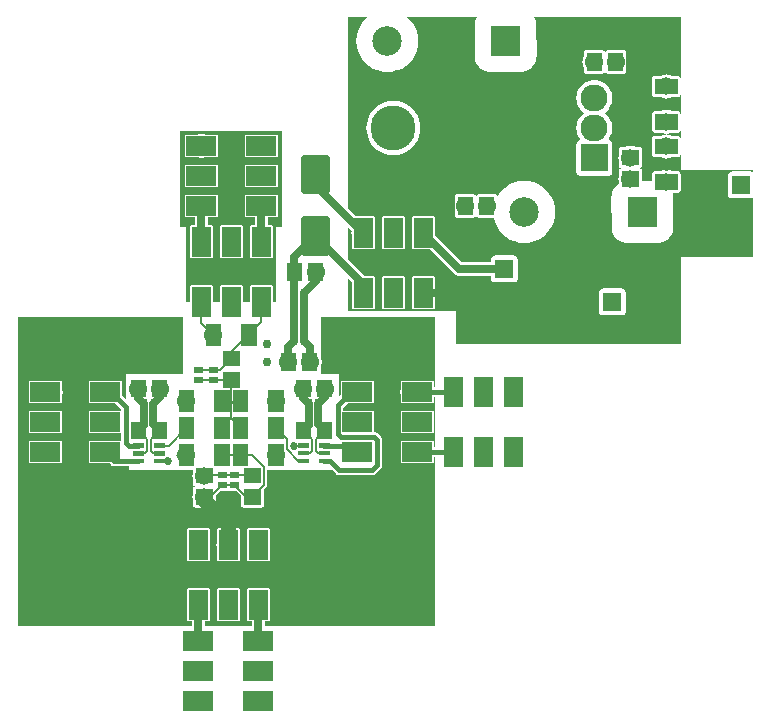
<source format=gbr>
G04 start of page 2 for group 0 idx 0 *
G04 Title: (unknown), top *
G04 Creator: pcb 20110918 *
G04 CreationDate: Wed 16 Apr 2014 03:02:33 AM GMT UTC *
G04 For: commonadmin *
G04 Format: Gerber/RS-274X *
G04 PCB-Dimensions: 300000 250000 *
G04 PCB-Coordinate-Origin: lower left *
%MOIN*%
%FSLAX25Y25*%
%LNTOP*%
%ADD33C,0.1300*%
%ADD32C,0.0315*%
%ADD31C,0.0200*%
%ADD30C,0.0160*%
%ADD29C,0.0130*%
%ADD28C,0.0360*%
%ADD27C,0.0270*%
%ADD26C,0.0300*%
%ADD25C,0.0197*%
%ADD24R,0.0768X0.0768*%
%ADD23R,0.0150X0.0150*%
%ADD22R,0.0650X0.0650*%
%ADD21R,0.0197X0.0197*%
%ADD20R,0.0512X0.0512*%
%ADD19C,0.0984*%
%ADD18C,0.1500*%
%ADD17C,0.0600*%
%ADD16C,0.0900*%
%ADD15C,0.0500*%
%ADD14C,0.0150*%
%ADD13C,0.0250*%
%ADD12C,0.0060*%
%ADD11C,0.0001*%
G54D11*G36*
X30500Y104250D02*X30505Y97672D01*
X30523Y97595D01*
X30553Y97522D01*
X30594Y97455D01*
X30645Y97395D01*
X30705Y97344D01*
X30772Y97303D01*
X30845Y97273D01*
X30922Y97255D01*
X31000Y97250D01*
X37272Y97253D01*
X37714Y96811D01*
X37759Y96759D01*
X37968Y96580D01*
X37968Y96580D01*
X38203Y96436D01*
X38458Y96331D01*
X38725Y96266D01*
X39000Y96245D01*
X39069Y96250D01*
X44000D01*
Y94000D01*
X16000D01*
Y97252D01*
X21078Y97255D01*
X21155Y97273D01*
X21228Y97303D01*
X21295Y97344D01*
X21355Y97395D01*
X21406Y97455D01*
X21447Y97522D01*
X21477Y97595D01*
X21495Y97672D01*
X21500Y97750D01*
X21495Y104328D01*
X21477Y104405D01*
X21447Y104478D01*
X21406Y104545D01*
X21355Y104605D01*
X21295Y104656D01*
X21228Y104697D01*
X21155Y104727D01*
X21078Y104745D01*
X21000Y104750D01*
X16000Y104748D01*
Y107252D01*
X21078Y107255D01*
X21155Y107273D01*
X21228Y107303D01*
X21295Y107344D01*
X21355Y107395D01*
X21406Y107455D01*
X21447Y107522D01*
X21477Y107595D01*
X21495Y107672D01*
X21500Y107750D01*
X21495Y114328D01*
X21477Y114405D01*
X21447Y114478D01*
X21406Y114545D01*
X21355Y114605D01*
X21295Y114656D01*
X21228Y114697D01*
X21155Y114727D01*
X21078Y114745D01*
X21000Y114750D01*
X16000Y114748D01*
Y117252D01*
X21078Y117255D01*
X21155Y117273D01*
X21228Y117303D01*
X21295Y117344D01*
X21355Y117395D01*
X21406Y117455D01*
X21447Y117522D01*
X21477Y117595D01*
X21495Y117672D01*
X21500Y117750D01*
X21500Y118000D01*
X30504D01*
X30505Y117672D01*
X30523Y117595D01*
X30553Y117522D01*
X30594Y117455D01*
X30645Y117395D01*
X30705Y117344D01*
X30772Y117303D01*
X30845Y117273D01*
X30922Y117255D01*
X31000Y117250D01*
X39271Y117254D01*
X41250Y115275D01*
Y114683D01*
X41228Y114697D01*
X41155Y114727D01*
X41078Y114745D01*
X41000Y114750D01*
X30922Y114745D01*
X30845Y114727D01*
X30772Y114697D01*
X30705Y114656D01*
X30645Y114605D01*
X30594Y114545D01*
X30553Y114478D01*
X30523Y114405D01*
X30505Y114328D01*
X30500Y114250D01*
X30505Y107672D01*
X30523Y107595D01*
X30553Y107522D01*
X30594Y107455D01*
X30645Y107395D01*
X30705Y107344D01*
X30772Y107303D01*
X30845Y107273D01*
X30922Y107255D01*
X31000Y107250D01*
X41078Y107255D01*
X41155Y107273D01*
X41228Y107303D01*
X41250Y107317D01*
Y104683D01*
X41228Y104697D01*
X41155Y104727D01*
X41078Y104745D01*
X41000Y104750D01*
X30922Y104745D01*
X30845Y104727D01*
X30772Y104697D01*
X30705Y104656D01*
X30645Y104605D01*
X30594Y104545D01*
X30553Y104478D01*
X30523Y104405D01*
X30505Y104328D01*
X30500Y104250D01*
G37*
G36*
X16000Y94000D02*X7000D01*
Y118000D01*
X10504D01*
X10505Y117672D01*
X10523Y117595D01*
X10553Y117522D01*
X10594Y117455D01*
X10645Y117395D01*
X10705Y117344D01*
X10772Y117303D01*
X10845Y117273D01*
X10922Y117255D01*
X11000Y117250D01*
X16000Y117252D01*
Y114748D01*
X10922Y114745D01*
X10845Y114727D01*
X10772Y114697D01*
X10705Y114656D01*
X10645Y114605D01*
X10594Y114545D01*
X10553Y114478D01*
X10523Y114405D01*
X10505Y114328D01*
X10500Y114250D01*
X10505Y107672D01*
X10523Y107595D01*
X10553Y107522D01*
X10594Y107455D01*
X10645Y107395D01*
X10705Y107344D01*
X10772Y107303D01*
X10845Y107273D01*
X10922Y107255D01*
X11000Y107250D01*
X16000Y107252D01*
Y104748D01*
X10922Y104745D01*
X10845Y104727D01*
X10772Y104697D01*
X10705Y104656D01*
X10645Y104605D01*
X10594Y104545D01*
X10553Y104478D01*
X10523Y104405D01*
X10505Y104328D01*
X10500Y104250D01*
X10505Y97672D01*
X10523Y97595D01*
X10553Y97522D01*
X10594Y97455D01*
X10645Y97395D01*
X10705Y97344D01*
X10772Y97303D01*
X10845Y97273D01*
X10922Y97255D01*
X11000Y97250D01*
X16000Y97252D01*
Y94000D01*
G37*
G36*
X30500Y124250D02*X30505Y117672D01*
X30523Y117595D01*
X30553Y117522D01*
X30594Y117455D01*
X30645Y117395D01*
X30705Y117344D01*
X30772Y117303D01*
X30845Y117273D01*
X30922Y117255D01*
X31000Y117250D01*
X39271Y117254D01*
X39525Y117000D01*
X16128D01*
Y117252D01*
X21078Y117255D01*
X21155Y117273D01*
X21228Y117303D01*
X21295Y117344D01*
X21355Y117395D01*
X21406Y117455D01*
X21447Y117522D01*
X21477Y117595D01*
X21495Y117672D01*
X21500Y117750D01*
X21498Y120096D01*
X21564Y120203D01*
X21669Y120458D01*
X21734Y120725D01*
X21755Y121000D01*
X21734Y121275D01*
X21669Y121542D01*
X21564Y121797D01*
X21497Y121906D01*
X21495Y124328D01*
X21477Y124405D01*
X21447Y124478D01*
X21406Y124545D01*
X21355Y124605D01*
X21295Y124656D01*
X21228Y124697D01*
X21155Y124727D01*
X21078Y124745D01*
X21000Y124750D01*
X16128Y124748D01*
Y128000D01*
X43000D01*
Y122257D01*
X42988Y122100D01*
X43000Y121943D01*
Y118475D01*
X41498Y119976D01*
X41495Y124328D01*
X41477Y124405D01*
X41447Y124478D01*
X41406Y124545D01*
X41355Y124605D01*
X41295Y124656D01*
X41228Y124697D01*
X41155Y124727D01*
X41078Y124745D01*
X41000Y124750D01*
X30922Y124745D01*
X30845Y124727D01*
X30772Y124697D01*
X30705Y124656D01*
X30645Y124605D01*
X30594Y124545D01*
X30553Y124478D01*
X30523Y124405D01*
X30505Y124328D01*
X30500Y124250D01*
G37*
G36*
X16128Y117000D02*X7000D01*
Y128000D01*
X16128D01*
Y124748D01*
X10922Y124745D01*
X10845Y124727D01*
X10772Y124697D01*
X10705Y124656D01*
X10645Y124605D01*
X10594Y124545D01*
X10553Y124478D01*
X10523Y124405D01*
X10505Y124328D01*
X10500Y124250D01*
X10505Y117672D01*
X10523Y117595D01*
X10553Y117522D01*
X10594Y117455D01*
X10645Y117395D01*
X10705Y117344D01*
X10772Y117303D01*
X10845Y117273D01*
X10922Y117255D01*
X11000Y117250D01*
X16128Y117252D01*
Y117000D01*
G37*
G36*
X7000Y127000D02*Y146000D01*
X62000D01*
Y127000D01*
X7000D01*
G37*
G36*
X78000Y177000D02*X85750D01*
Y176496D01*
X84672Y176495D01*
X84595Y176477D01*
X84522Y176447D01*
X84455Y176406D01*
X84395Y176355D01*
X84344Y176295D01*
X84303Y176228D01*
X84273Y176155D01*
X84255Y176078D01*
X84250Y176000D01*
X84255Y165922D01*
X84273Y165845D01*
X84303Y165772D01*
X84344Y165705D01*
X84395Y165645D01*
X84455Y165594D01*
X84522Y165553D01*
X84595Y165523D01*
X84672Y165505D01*
X84750Y165500D01*
X91328Y165505D01*
X91405Y165523D01*
X91478Y165553D01*
X91545Y165594D01*
X91605Y165645D01*
X91656Y165705D01*
X91697Y165772D01*
X91727Y165845D01*
X91745Y165922D01*
X91750Y166000D01*
X91745Y176078D01*
X91727Y176155D01*
X91697Y176228D01*
X91656Y176295D01*
X91605Y176355D01*
X91545Y176406D01*
X91478Y176447D01*
X91405Y176477D01*
X91328Y176495D01*
X91250Y176500D01*
X90250Y176499D01*
Y177000D01*
X93000D01*
Y151000D01*
X91748D01*
X91745Y156078D01*
X91727Y156155D01*
X91697Y156228D01*
X91656Y156295D01*
X91605Y156355D01*
X91545Y156406D01*
X91478Y156447D01*
X91405Y156477D01*
X91328Y156495D01*
X91250Y156500D01*
X84672Y156495D01*
X84595Y156477D01*
X84522Y156447D01*
X84455Y156406D01*
X84395Y156355D01*
X84344Y156295D01*
X84303Y156228D01*
X84273Y156155D01*
X84255Y156078D01*
X84250Y156000D01*
X84252Y151000D01*
X81748D01*
X81745Y156078D01*
X81727Y156155D01*
X81697Y156228D01*
X81656Y156295D01*
X81605Y156355D01*
X81545Y156406D01*
X81478Y156447D01*
X81405Y156477D01*
X81328Y156495D01*
X81250Y156500D01*
X78000Y156498D01*
Y165502D01*
X81328Y165505D01*
X81405Y165523D01*
X81478Y165553D01*
X81545Y165594D01*
X81605Y165645D01*
X81656Y165705D01*
X81697Y165772D01*
X81727Y165845D01*
X81745Y165922D01*
X81750Y166000D01*
X81745Y176078D01*
X81727Y176155D01*
X81697Y176228D01*
X81656Y176295D01*
X81605Y176355D01*
X81545Y176406D01*
X81478Y176447D01*
X81405Y176477D01*
X81328Y176495D01*
X81250Y176500D01*
X78000Y176498D01*
Y177000D01*
G37*
G36*
X71250Y176500D02*X70250Y176499D01*
Y177000D01*
X78000D01*
Y176498D01*
X74672Y176495D01*
X74595Y176477D01*
X74522Y176447D01*
X74455Y176406D01*
X74395Y176355D01*
X74344Y176295D01*
X74303Y176228D01*
X74273Y176155D01*
X74255Y176078D01*
X74250Y176000D01*
X74255Y165922D01*
X74273Y165845D01*
X74303Y165772D01*
X74344Y165705D01*
X74395Y165645D01*
X74455Y165594D01*
X74522Y165553D01*
X74595Y165523D01*
X74672Y165505D01*
X74750Y165500D01*
X78000Y165502D01*
Y156498D01*
X74672Y156495D01*
X74595Y156477D01*
X74522Y156447D01*
X74455Y156406D01*
X74395Y156355D01*
X74344Y156295D01*
X74303Y156228D01*
X74273Y156155D01*
X74255Y156078D01*
X74250Y156000D01*
X74252Y151000D01*
X71748D01*
X71745Y156078D01*
X71727Y156155D01*
X71697Y156228D01*
X71656Y156295D01*
X71605Y156355D01*
X71545Y156406D01*
X71478Y156447D01*
X71405Y156477D01*
X71328Y156495D01*
X71250Y156500D01*
X64672Y156495D01*
X64595Y156477D01*
X64522Y156447D01*
X64455Y156406D01*
X64395Y156355D01*
X64344Y156295D01*
X64303Y156228D01*
X64273Y156155D01*
X64255Y156078D01*
X64250Y156000D01*
X64252Y151000D01*
X63000D01*
Y177000D01*
X65750D01*
Y176496D01*
X64672Y176495D01*
X64595Y176477D01*
X64522Y176447D01*
X64455Y176406D01*
X64395Y176355D01*
X64344Y176295D01*
X64303Y176228D01*
X64273Y176155D01*
X64255Y176078D01*
X64250Y176000D01*
X64255Y165922D01*
X64273Y165845D01*
X64303Y165772D01*
X64344Y165705D01*
X64395Y165645D01*
X64455Y165594D01*
X64522Y165553D01*
X64595Y165523D01*
X64672Y165505D01*
X64750Y165500D01*
X71328Y165505D01*
X71405Y165523D01*
X71478Y165553D01*
X71545Y165594D01*
X71605Y165645D01*
X71656Y165705D01*
X71697Y165772D01*
X71727Y165845D01*
X71745Y165922D01*
X71750Y166000D01*
X71745Y176078D01*
X71727Y176155D01*
X71697Y176228D01*
X71656Y176295D01*
X71605Y176355D01*
X71545Y176406D01*
X71478Y176447D01*
X71405Y176477D01*
X71328Y176495D01*
X71250Y176500D01*
G37*
G36*
X87000Y82449D02*X88109Y82450D01*
X88262Y82487D01*
X88407Y82547D01*
X88542Y82629D01*
X88661Y82732D01*
X88764Y82851D01*
X88846Y82986D01*
X88906Y83131D01*
X88943Y83284D01*
X88952Y83441D01*
X88943Y88670D01*
X89611Y89339D01*
X89638Y89362D01*
X89730Y89469D01*
X89804Y89590D01*
X89859Y89721D01*
X89892Y89859D01*
X89903Y90000D01*
X89900Y90035D01*
Y95000D01*
X111525D01*
X112714Y93811D01*
X112759Y93759D01*
X112968Y93580D01*
X113203Y93436D01*
X113458Y93331D01*
X113725Y93266D01*
X113726Y93266D01*
X114000Y93245D01*
X114069Y93250D01*
X124931D01*
X125000Y93245D01*
X125274Y93266D01*
X125275Y93266D01*
X125542Y93331D01*
X125797Y93436D01*
X126032Y93580D01*
X126241Y93759D01*
X126286Y93811D01*
X127475Y95000D01*
X146000D01*
Y43000D01*
X89250D01*
Y44504D01*
X90328Y44505D01*
X90405Y44523D01*
X90478Y44553D01*
X90545Y44594D01*
X90605Y44645D01*
X90656Y44705D01*
X90697Y44772D01*
X90727Y44845D01*
X90745Y44922D01*
X90750Y45000D01*
X90745Y55078D01*
X90727Y55155D01*
X90697Y55228D01*
X90656Y55295D01*
X90605Y55355D01*
X90545Y55406D01*
X90478Y55447D01*
X90405Y55477D01*
X90328Y55495D01*
X90250Y55500D01*
X87000Y55498D01*
Y64502D01*
X90328Y64505D01*
X90405Y64523D01*
X90478Y64553D01*
X90545Y64594D01*
X90605Y64645D01*
X90656Y64705D01*
X90697Y64772D01*
X90727Y64845D01*
X90745Y64922D01*
X90750Y65000D01*
X90745Y75078D01*
X90727Y75155D01*
X90697Y75228D01*
X90656Y75295D01*
X90605Y75355D01*
X90545Y75406D01*
X90478Y75447D01*
X90405Y75477D01*
X90328Y75495D01*
X90250Y75500D01*
X87000Y75498D01*
Y82449D01*
G37*
G36*
X77000Y88233D02*X77033Y88204D01*
X77168Y88122D01*
X77313Y88062D01*
X77466Y88025D01*
X77623Y88016D01*
X79705Y88023D01*
X81051Y86676D01*
X81057Y83284D01*
X81094Y83131D01*
X81154Y82986D01*
X81236Y82851D01*
X81339Y82732D01*
X81458Y82629D01*
X81593Y82547D01*
X81738Y82487D01*
X81891Y82450D01*
X82048Y82441D01*
X87000Y82449D01*
Y75498D01*
X83672Y75495D01*
X83595Y75477D01*
X83522Y75447D01*
X83455Y75406D01*
X83395Y75355D01*
X83344Y75295D01*
X83303Y75228D01*
X83273Y75155D01*
X83255Y75078D01*
X83250Y75000D01*
X83255Y64922D01*
X83273Y64845D01*
X83303Y64772D01*
X83344Y64705D01*
X83395Y64645D01*
X83455Y64594D01*
X83522Y64553D01*
X83595Y64523D01*
X83672Y64505D01*
X83750Y64500D01*
X87000Y64502D01*
Y55498D01*
X83672Y55495D01*
X83595Y55477D01*
X83522Y55447D01*
X83455Y55406D01*
X83395Y55355D01*
X83344Y55295D01*
X83303Y55228D01*
X83273Y55155D01*
X83255Y55078D01*
X83250Y55000D01*
X83255Y44922D01*
X83273Y44845D01*
X83303Y44772D01*
X83344Y44705D01*
X83395Y44645D01*
X83455Y44594D01*
X83522Y44553D01*
X83595Y44523D01*
X83672Y44505D01*
X83750Y44500D01*
X84750Y44501D01*
Y43000D01*
X77000D01*
Y44502D01*
X80328Y44505D01*
X80405Y44523D01*
X80478Y44553D01*
X80545Y44594D01*
X80605Y44645D01*
X80656Y44705D01*
X80697Y44772D01*
X80727Y44845D01*
X80745Y44922D01*
X80750Y45000D01*
X80745Y55078D01*
X80727Y55155D01*
X80697Y55228D01*
X80656Y55295D01*
X80605Y55355D01*
X80545Y55406D01*
X80478Y55447D01*
X80405Y55477D01*
X80328Y55495D01*
X80250Y55500D01*
X77000Y55498D01*
Y64502D01*
X80328Y64505D01*
X80405Y64523D01*
X80478Y64553D01*
X80545Y64594D01*
X80605Y64645D01*
X80656Y64705D01*
X80697Y64772D01*
X80727Y64845D01*
X80745Y64922D01*
X80750Y65000D01*
X80748Y68597D01*
X80816Y68760D01*
X80963Y69372D01*
X81000Y70000D01*
X80963Y70628D01*
X80816Y71240D01*
X80747Y71406D01*
X80745Y75078D01*
X80727Y75155D01*
X80697Y75228D01*
X80656Y75295D01*
X80605Y75355D01*
X80545Y75406D01*
X80478Y75447D01*
X80405Y75477D01*
X80328Y75495D01*
X80250Y75500D01*
X77000Y75498D01*
Y88233D01*
G37*
G36*
X70250Y55500D02*X67000Y55498D01*
Y64502D01*
X70328Y64505D01*
X70405Y64523D01*
X70478Y64553D01*
X70545Y64594D01*
X70605Y64645D01*
X70656Y64705D01*
X70697Y64772D01*
X70727Y64845D01*
X70745Y64922D01*
X70750Y65000D01*
X70745Y75078D01*
X70727Y75155D01*
X70697Y75228D01*
X70656Y75295D01*
X70605Y75355D01*
X70545Y75406D01*
X70478Y75447D01*
X70405Y75477D01*
X70328Y75495D01*
X70250Y75500D01*
X67000Y75498D01*
Y82442D01*
X67150Y82443D01*
X67178Y82425D01*
X67760Y82184D01*
X68372Y82037D01*
X69000Y81988D01*
X69628Y82037D01*
X70240Y82184D01*
X70822Y82425D01*
X70860Y82448D01*
X72109Y82450D01*
X72262Y82487D01*
X72407Y82547D01*
X72542Y82629D01*
X72661Y82732D01*
X72764Y82851D01*
X72846Y82986D01*
X72906Y83131D01*
X72943Y83284D01*
X72952Y83441D01*
X72949Y85313D01*
X72963Y85372D01*
X73000Y86000D01*
X72963Y86628D01*
X72951Y86678D01*
X74291Y88018D01*
X76534Y88025D01*
X76687Y88062D01*
X76832Y88122D01*
X76967Y88204D01*
X77000Y88233D01*
X77000Y88233D01*
Y75498D01*
X73672Y75495D01*
X73595Y75477D01*
X73522Y75447D01*
X73455Y75406D01*
X73395Y75355D01*
X73344Y75295D01*
X73303Y75228D01*
X73273Y75155D01*
X73255Y75078D01*
X73250Y75000D01*
X73252Y71403D01*
X73184Y71240D01*
X73037Y70628D01*
X72988Y70000D01*
X73037Y69372D01*
X73184Y68760D01*
X73253Y68594D01*
X73255Y64922D01*
X73273Y64845D01*
X73303Y64772D01*
X73344Y64705D01*
X73395Y64645D01*
X73455Y64594D01*
X73522Y64553D01*
X73595Y64523D01*
X73672Y64505D01*
X73750Y64500D01*
X77000Y64502D01*
Y55498D01*
X73672Y55495D01*
X73595Y55477D01*
X73522Y55447D01*
X73455Y55406D01*
X73395Y55355D01*
X73344Y55295D01*
X73303Y55228D01*
X73273Y55155D01*
X73255Y55078D01*
X73250Y55000D01*
X73255Y44922D01*
X73273Y44845D01*
X73303Y44772D01*
X73344Y44705D01*
X73395Y44645D01*
X73455Y44594D01*
X73522Y44553D01*
X73595Y44523D01*
X73672Y44505D01*
X73750Y44500D01*
X77000Y44502D01*
Y43000D01*
X69250D01*
Y44504D01*
X70328Y44505D01*
X70405Y44523D01*
X70478Y44553D01*
X70545Y44594D01*
X70605Y44645D01*
X70656Y44705D01*
X70697Y44772D01*
X70727Y44845D01*
X70745Y44922D01*
X70750Y45000D01*
X70745Y55078D01*
X70727Y55155D01*
X70697Y55228D01*
X70656Y55295D01*
X70605Y55355D01*
X70545Y55406D01*
X70478Y55447D01*
X70405Y55477D01*
X70328Y55495D01*
X70250Y55500D01*
G37*
G36*
X67000Y55498D02*X63672Y55495D01*
X63595Y55477D01*
X63522Y55447D01*
X63455Y55406D01*
X63395Y55355D01*
X63344Y55295D01*
X63303Y55228D01*
X63273Y55155D01*
X63255Y55078D01*
X63250Y55000D01*
X63255Y44922D01*
X63273Y44845D01*
X63303Y44772D01*
X63344Y44705D01*
X63395Y44645D01*
X63455Y44594D01*
X63522Y44553D01*
X63595Y44523D01*
X63672Y44505D01*
X63750Y44500D01*
X64750Y44501D01*
Y43000D01*
X7000D01*
Y95000D01*
X65049D01*
X65051Y93773D01*
X65037Y93714D01*
X64988Y93086D01*
X65037Y92458D01*
X65054Y92389D01*
X65057Y90370D01*
X65094Y90217D01*
X65154Y90072D01*
X65236Y89937D01*
X65339Y89818D01*
X65458Y89715D01*
X65593Y89633D01*
X65738Y89573D01*
X65863Y89543D01*
X65738Y89513D01*
X65593Y89453D01*
X65458Y89371D01*
X65339Y89268D01*
X65236Y89149D01*
X65154Y89014D01*
X65094Y88869D01*
X65057Y88716D01*
X65048Y88559D01*
X65051Y86687D01*
X65037Y86628D01*
X64988Y86000D01*
X65037Y85372D01*
X65054Y85303D01*
X65057Y83284D01*
X65094Y83131D01*
X65154Y82986D01*
X65236Y82851D01*
X65339Y82732D01*
X65458Y82629D01*
X65593Y82547D01*
X65738Y82487D01*
X65891Y82450D01*
X66048Y82441D01*
X67000Y82442D01*
Y75498D01*
X63672Y75495D01*
X63595Y75477D01*
X63522Y75447D01*
X63455Y75406D01*
X63395Y75355D01*
X63344Y75295D01*
X63303Y75228D01*
X63273Y75155D01*
X63255Y75078D01*
X63250Y75000D01*
X63255Y64922D01*
X63273Y64845D01*
X63303Y64772D01*
X63344Y64705D01*
X63395Y64645D01*
X63455Y64594D01*
X63522Y64553D01*
X63595Y64523D01*
X63672Y64505D01*
X63750Y64500D01*
X67000Y64502D01*
Y55498D01*
G37*
G36*
X140000Y117252D02*X145078Y117255D01*
X145155Y117273D01*
X145228Y117303D01*
X145295Y117344D01*
X145355Y117395D01*
X145406Y117455D01*
X145447Y117522D01*
X145477Y117595D01*
X145495Y117672D01*
X145500Y117750D01*
X145500Y118000D01*
X146000D01*
Y102750D01*
X145496D01*
X145495Y104328D01*
X145477Y104405D01*
X145447Y104478D01*
X145406Y104545D01*
X145355Y104605D01*
X145295Y104656D01*
X145228Y104697D01*
X145155Y104727D01*
X145078Y104745D01*
X145000Y104750D01*
X140000Y104748D01*
Y107252D01*
X145078Y107255D01*
X145155Y107273D01*
X145228Y107303D01*
X145295Y107344D01*
X145355Y107395D01*
X145406Y107455D01*
X145447Y107522D01*
X145477Y107595D01*
X145495Y107672D01*
X145500Y107750D01*
X145495Y114328D01*
X145477Y114405D01*
X145447Y114478D01*
X145406Y114545D01*
X145355Y114605D01*
X145295Y114656D01*
X145228Y114697D01*
X145155Y114727D01*
X145078Y114745D01*
X145000Y114750D01*
X140000Y114748D01*
Y117252D01*
G37*
G36*
Y97252D02*X145078Y97255D01*
X145155Y97273D01*
X145228Y97303D01*
X145295Y97344D01*
X145355Y97395D01*
X145406Y97455D01*
X145447Y97522D01*
X145477Y97595D01*
X145495Y97672D01*
X145500Y97750D01*
X145499Y99250D01*
X146000D01*
Y94000D01*
X140000D01*
Y97252D01*
G37*
G36*
X134500Y104250D02*X134505Y97672D01*
X134523Y97595D01*
X134553Y97522D01*
X134594Y97455D01*
X134645Y97395D01*
X134705Y97344D01*
X134772Y97303D01*
X134845Y97273D01*
X134922Y97255D01*
X135000Y97250D01*
X140000Y97252D01*
Y94000D01*
X126475D01*
X127689Y95214D01*
X127741Y95259D01*
X127920Y95468D01*
X127920Y95468D01*
X128064Y95703D01*
X128169Y95958D01*
X128234Y96225D01*
X128255Y96500D01*
X128250Y96569D01*
Y104931D01*
X128255Y105000D01*
X128234Y105274D01*
X128234Y105275D01*
X128169Y105542D01*
X128064Y105797D01*
X127920Y106032D01*
X127741Y106241D01*
X127689Y106286D01*
X126786Y107189D01*
X126741Y107241D01*
X126532Y107420D01*
X126297Y107564D01*
X126042Y107669D01*
X125775Y107734D01*
X125774Y107734D01*
X125500Y107755D01*
X125500D01*
X125495Y114328D01*
X125477Y114405D01*
X125447Y114478D01*
X125406Y114545D01*
X125355Y114605D01*
X125295Y114656D01*
X125228Y114697D01*
X125155Y114727D01*
X125078Y114745D01*
X125000Y114750D01*
X115250Y114746D01*
Y115775D01*
X116726Y117251D01*
X125078Y117255D01*
X125155Y117273D01*
X125228Y117303D01*
X125295Y117344D01*
X125355Y117395D01*
X125406Y117455D01*
X125447Y117522D01*
X125477Y117595D01*
X125495Y117672D01*
X125500Y117750D01*
X125500Y118000D01*
X134504D01*
X134505Y117672D01*
X134523Y117595D01*
X134553Y117522D01*
X134594Y117455D01*
X134645Y117395D01*
X134705Y117344D01*
X134772Y117303D01*
X134845Y117273D01*
X134922Y117255D01*
X135000Y117250D01*
X140000Y117252D01*
Y114748D01*
X134922Y114745D01*
X134845Y114727D01*
X134772Y114697D01*
X134705Y114656D01*
X134645Y114605D01*
X134594Y114545D01*
X134553Y114478D01*
X134523Y114405D01*
X134505Y114328D01*
X134500Y114250D01*
X134505Y107672D01*
X134523Y107595D01*
X134553Y107522D01*
X134594Y107455D01*
X134645Y107395D01*
X134705Y107344D01*
X134772Y107303D01*
X134845Y107273D01*
X134922Y107255D01*
X135000Y107250D01*
X140000Y107252D01*
Y104748D01*
X134922Y104745D01*
X134845Y104727D01*
X134772Y104697D01*
X134705Y104656D01*
X134645Y104605D01*
X134594Y104545D01*
X134553Y104478D01*
X134523Y104405D01*
X134505Y104328D01*
X134500Y104250D01*
G37*
G36*
Y124250D02*X134502Y121904D01*
X134436Y121797D01*
X134331Y121542D01*
X134266Y121275D01*
X134245Y121000D01*
X134266Y120725D01*
X134331Y120458D01*
X134436Y120203D01*
X134503Y120094D01*
X134505Y117672D01*
X134523Y117595D01*
X134553Y117522D01*
X134594Y117455D01*
X134645Y117395D01*
X134705Y117344D01*
X134772Y117303D01*
X134845Y117273D01*
X134922Y117255D01*
X135000Y117250D01*
X145078Y117255D01*
X145155Y117273D01*
X145228Y117303D01*
X145295Y117344D01*
X145355Y117395D01*
X145406Y117455D01*
X145447Y117522D01*
X145477Y117595D01*
X145495Y117672D01*
X145500Y117750D01*
X145499Y119250D01*
X146000D01*
Y117000D01*
X116475D01*
X116726Y117251D01*
X125078Y117255D01*
X125155Y117273D01*
X125228Y117303D01*
X125295Y117344D01*
X125355Y117395D01*
X125406Y117455D01*
X125447Y117522D01*
X125477Y117595D01*
X125495Y117672D01*
X125500Y117750D01*
X125495Y124328D01*
X125477Y124405D01*
X125447Y124478D01*
X125406Y124545D01*
X125355Y124605D01*
X125295Y124656D01*
X125228Y124697D01*
X125155Y124727D01*
X125078Y124745D01*
X125000Y124750D01*
X114922Y124745D01*
X114845Y124727D01*
X114772Y124697D01*
X114705Y124656D01*
X114645Y124605D01*
X114594Y124545D01*
X114553Y124478D01*
X114523Y124405D01*
X114505Y124328D01*
X114500Y124250D01*
X114503Y119978D01*
X114000Y119475D01*
Y128000D01*
X146000D01*
Y122750D01*
X145496D01*
X145495Y124328D01*
X145477Y124405D01*
X145447Y124478D01*
X145406Y124545D01*
X145355Y124605D01*
X145295Y124656D01*
X145228Y124697D01*
X145155Y124727D01*
X145078Y124745D01*
X145000Y124750D01*
X134922Y124745D01*
X134845Y124727D01*
X134772Y124697D01*
X134705Y124656D01*
X134645Y124605D01*
X134594Y124545D01*
X134553Y124478D01*
X134523Y124405D01*
X134505Y124328D01*
X134500Y124250D01*
G37*
G36*
X88000Y208000D02*X95000D01*
Y176000D01*
X91745D01*
X91745Y176078D01*
X91727Y176155D01*
X91697Y176228D01*
X91656Y176295D01*
X91605Y176355D01*
X91545Y176406D01*
X91478Y176447D01*
X91405Y176477D01*
X91328Y176495D01*
X91250Y176500D01*
X90250Y176499D01*
Y179253D01*
X93078Y179255D01*
X93155Y179273D01*
X93228Y179303D01*
X93295Y179344D01*
X93355Y179395D01*
X93406Y179455D01*
X93447Y179522D01*
X93477Y179595D01*
X93495Y179672D01*
X93500Y179750D01*
X93495Y186328D01*
X93477Y186405D01*
X93447Y186478D01*
X93406Y186545D01*
X93355Y186605D01*
X93295Y186656D01*
X93228Y186697D01*
X93155Y186727D01*
X93078Y186745D01*
X93000Y186750D01*
X88000Y186748D01*
Y189252D01*
X93078Y189255D01*
X93155Y189273D01*
X93228Y189303D01*
X93295Y189344D01*
X93355Y189395D01*
X93406Y189455D01*
X93447Y189522D01*
X93477Y189595D01*
X93495Y189672D01*
X93500Y189750D01*
X93495Y196328D01*
X93477Y196405D01*
X93447Y196478D01*
X93406Y196545D01*
X93355Y196605D01*
X93295Y196656D01*
X93228Y196697D01*
X93155Y196727D01*
X93078Y196745D01*
X93000Y196750D01*
X88000Y196748D01*
Y199252D01*
X93078Y199255D01*
X93155Y199273D01*
X93228Y199303D01*
X93295Y199344D01*
X93355Y199395D01*
X93406Y199455D01*
X93447Y199522D01*
X93477Y199595D01*
X93495Y199672D01*
X93500Y199750D01*
X93495Y206328D01*
X93477Y206405D01*
X93447Y206478D01*
X93406Y206545D01*
X93355Y206605D01*
X93295Y206656D01*
X93228Y206697D01*
X93155Y206727D01*
X93078Y206745D01*
X93000Y206750D01*
X88000Y206748D01*
Y208000D01*
G37*
G36*
X68000D02*X88000D01*
Y206748D01*
X82922Y206745D01*
X82845Y206727D01*
X82772Y206697D01*
X82705Y206656D01*
X82645Y206605D01*
X82594Y206545D01*
X82553Y206478D01*
X82523Y206405D01*
X82505Y206328D01*
X82500Y206250D01*
X82505Y199672D01*
X82523Y199595D01*
X82553Y199522D01*
X82594Y199455D01*
X82645Y199395D01*
X82705Y199344D01*
X82772Y199303D01*
X82845Y199273D01*
X82922Y199255D01*
X83000Y199250D01*
X88000Y199252D01*
Y196748D01*
X82922Y196745D01*
X82845Y196727D01*
X82772Y196697D01*
X82705Y196656D01*
X82645Y196605D01*
X82594Y196545D01*
X82553Y196478D01*
X82523Y196405D01*
X82505Y196328D01*
X82500Y196250D01*
X82505Y189672D01*
X82523Y189595D01*
X82553Y189522D01*
X82594Y189455D01*
X82645Y189395D01*
X82705Y189344D01*
X82772Y189303D01*
X82845Y189273D01*
X82922Y189255D01*
X83000Y189250D01*
X88000Y189252D01*
Y186748D01*
X82922Y186745D01*
X82845Y186727D01*
X82772Y186697D01*
X82705Y186656D01*
X82645Y186605D01*
X82594Y186545D01*
X82553Y186478D01*
X82523Y186405D01*
X82505Y186328D01*
X82500Y186250D01*
X82505Y179672D01*
X82523Y179595D01*
X82553Y179522D01*
X82594Y179455D01*
X82645Y179395D01*
X82705Y179344D01*
X82772Y179303D01*
X82845Y179273D01*
X82922Y179255D01*
X83000Y179250D01*
X85750Y179251D01*
Y176496D01*
X84672Y176495D01*
X84595Y176477D01*
X84522Y176447D01*
X84455Y176406D01*
X84395Y176355D01*
X84344Y176295D01*
X84303Y176228D01*
X84273Y176155D01*
X84255Y176078D01*
X84250Y176000D01*
Y176000D01*
X81745D01*
X81745Y176078D01*
X81727Y176155D01*
X81697Y176228D01*
X81656Y176295D01*
X81605Y176355D01*
X81545Y176406D01*
X81478Y176447D01*
X81405Y176477D01*
X81328Y176495D01*
X81250Y176500D01*
X74672Y176495D01*
X74595Y176477D01*
X74522Y176447D01*
X74455Y176406D01*
X74395Y176355D01*
X74344Y176295D01*
X74303Y176228D01*
X74273Y176155D01*
X74255Y176078D01*
X74250Y176000D01*
Y176000D01*
X71745D01*
X71745Y176078D01*
X71727Y176155D01*
X71697Y176228D01*
X71656Y176295D01*
X71605Y176355D01*
X71545Y176406D01*
X71478Y176447D01*
X71405Y176477D01*
X71328Y176495D01*
X71250Y176500D01*
X70250Y176499D01*
Y179253D01*
X73078Y179255D01*
X73155Y179273D01*
X73228Y179303D01*
X73295Y179344D01*
X73355Y179395D01*
X73406Y179455D01*
X73447Y179522D01*
X73477Y179595D01*
X73495Y179672D01*
X73500Y179750D01*
X73495Y186328D01*
X73477Y186405D01*
X73447Y186478D01*
X73406Y186545D01*
X73355Y186605D01*
X73295Y186656D01*
X73228Y186697D01*
X73155Y186727D01*
X73078Y186745D01*
X73000Y186750D01*
X68000Y186748D01*
Y189252D01*
X73078Y189255D01*
X73155Y189273D01*
X73228Y189303D01*
X73295Y189344D01*
X73355Y189395D01*
X73406Y189455D01*
X73447Y189522D01*
X73477Y189595D01*
X73495Y189672D01*
X73500Y189750D01*
X73495Y196328D01*
X73477Y196405D01*
X73447Y196478D01*
X73406Y196545D01*
X73355Y196605D01*
X73295Y196656D01*
X73228Y196697D01*
X73155Y196727D01*
X73078Y196745D01*
X73000Y196750D01*
X68000Y196748D01*
Y198988D01*
X68628Y199037D01*
X69240Y199184D01*
X69406Y199253D01*
X73078Y199255D01*
X73155Y199273D01*
X73228Y199303D01*
X73295Y199344D01*
X73355Y199395D01*
X73406Y199455D01*
X73447Y199522D01*
X73477Y199595D01*
X73495Y199672D01*
X73500Y199750D01*
X73495Y206328D01*
X73477Y206405D01*
X73447Y206478D01*
X73406Y206545D01*
X73355Y206605D01*
X73295Y206656D01*
X73228Y206697D01*
X73155Y206727D01*
X73078Y206745D01*
X73000Y206750D01*
X69403Y206748D01*
X69240Y206816D01*
X68628Y206963D01*
X68000Y207012D01*
Y208000D01*
G37*
G36*
X62500Y186250D02*X62505Y179672D01*
X62523Y179595D01*
X62553Y179522D01*
X62594Y179455D01*
X62645Y179395D01*
X62705Y179344D01*
X62772Y179303D01*
X62845Y179273D01*
X62922Y179255D01*
X63000Y179250D01*
X65750Y179251D01*
Y176496D01*
X64672Y176495D01*
X64595Y176477D01*
X64522Y176447D01*
X64455Y176406D01*
X64395Y176355D01*
X64344Y176295D01*
X64303Y176228D01*
X64273Y176155D01*
X64255Y176078D01*
X64250Y176000D01*
Y176000D01*
X61000D01*
Y208000D01*
X68000D01*
Y207012D01*
X67372Y206963D01*
X66760Y206816D01*
X66594Y206747D01*
X62922Y206745D01*
X62845Y206727D01*
X62772Y206697D01*
X62705Y206656D01*
X62645Y206605D01*
X62594Y206545D01*
X62553Y206478D01*
X62523Y206405D01*
X62505Y206328D01*
X62500Y206250D01*
X62505Y199672D01*
X62523Y199595D01*
X62553Y199522D01*
X62594Y199455D01*
X62645Y199395D01*
X62705Y199344D01*
X62772Y199303D01*
X62845Y199273D01*
X62922Y199255D01*
X63000Y199250D01*
X66597Y199252D01*
X66760Y199184D01*
X67372Y199037D01*
X68000Y198988D01*
Y196748D01*
X62922Y196745D01*
X62845Y196727D01*
X62772Y196697D01*
X62705Y196656D01*
X62645Y196605D01*
X62594Y196545D01*
X62553Y196478D01*
X62523Y196405D01*
X62505Y196328D01*
X62500Y196250D01*
X62505Y189672D01*
X62523Y189595D01*
X62553Y189522D01*
X62594Y189455D01*
X62645Y189395D01*
X62705Y189344D01*
X62772Y189303D01*
X62845Y189273D01*
X62922Y189255D01*
X63000Y189250D01*
X68000Y189252D01*
Y186748D01*
X62922Y186745D01*
X62845Y186727D01*
X62772Y186697D01*
X62705Y186656D01*
X62645Y186605D01*
X62594Y186545D01*
X62553Y186478D01*
X62523Y186405D01*
X62505Y186328D01*
X62500Y186250D01*
G37*
G36*
X146000Y127000D02*X108000D01*
Y130168D01*
X108049Y130372D01*
X108086Y131000D01*
X108049Y131628D01*
X108000Y131832D01*
Y146000D01*
X146000D01*
Y127000D01*
G37*
G36*
X223000Y246000D02*X228000D01*
Y148000D01*
X223000D01*
Y171617D01*
X223112Y171686D01*
X223760Y172240D01*
X224314Y172888D01*
X224759Y173614D01*
X225085Y174401D01*
X225284Y175230D01*
X225334Y176079D01*
X225284Y186770D01*
X225121Y187448D01*
X226897Y187450D01*
X227050Y187487D01*
X227195Y187547D01*
X227330Y187629D01*
X227449Y187732D01*
X227552Y187851D01*
X227634Y187986D01*
X227694Y188131D01*
X227731Y188284D01*
X227740Y188441D01*
X227731Y193716D01*
X227694Y193869D01*
X227634Y194014D01*
X227552Y194149D01*
X227449Y194268D01*
X227330Y194371D01*
X227195Y194453D01*
X227050Y194513D01*
X226897Y194550D01*
X226740Y194559D01*
X224851Y194557D01*
X224822Y194575D01*
X224240Y194816D01*
X223628Y194963D01*
X223500Y194973D01*
Y194555D01*
X223000Y194554D01*
Y198798D01*
X223628Y198847D01*
X224240Y198994D01*
X224822Y199235D01*
X224859Y199258D01*
X226897Y199260D01*
X227050Y199297D01*
X227195Y199357D01*
X227330Y199439D01*
X227449Y199542D01*
X227552Y199661D01*
X227634Y199796D01*
X227694Y199941D01*
X227731Y200094D01*
X227740Y200251D01*
X227731Y205526D01*
X227694Y205679D01*
X227634Y205824D01*
X227552Y205959D01*
X227449Y206078D01*
X227330Y206181D01*
X227195Y206263D01*
X227050Y206323D01*
X226897Y206360D01*
X226740Y206369D01*
X224851Y206367D01*
X224822Y206385D01*
X224240Y206626D01*
X223628Y206773D01*
X223000Y206822D01*
Y206988D01*
X223628Y207037D01*
X224240Y207184D01*
X224822Y207425D01*
X224859Y207448D01*
X226897Y207450D01*
X227050Y207487D01*
X227195Y207547D01*
X227330Y207629D01*
X227449Y207732D01*
X227552Y207851D01*
X227634Y207986D01*
X227694Y208131D01*
X227731Y208284D01*
X227740Y208441D01*
X227731Y213716D01*
X227694Y213869D01*
X227634Y214014D01*
X227552Y214149D01*
X227449Y214268D01*
X227330Y214371D01*
X227195Y214453D01*
X227050Y214513D01*
X226897Y214550D01*
X226740Y214559D01*
X224851Y214557D01*
X224822Y214575D01*
X224240Y214816D01*
X223628Y214963D01*
X223000Y215012D01*
Y218798D01*
X223628Y218847D01*
X224240Y218994D01*
X224822Y219235D01*
X224859Y219258D01*
X226897Y219260D01*
X227050Y219297D01*
X227195Y219357D01*
X227330Y219439D01*
X227449Y219542D01*
X227552Y219661D01*
X227634Y219796D01*
X227694Y219941D01*
X227731Y220094D01*
X227740Y220251D01*
X227731Y225526D01*
X227694Y225679D01*
X227634Y225824D01*
X227552Y225959D01*
X227449Y226078D01*
X227330Y226181D01*
X227195Y226263D01*
X227050Y226323D01*
X226897Y226360D01*
X226740Y226369D01*
X224851Y226367D01*
X224822Y226385D01*
X224240Y226626D01*
X223628Y226773D01*
X223000Y226822D01*
Y246000D01*
G37*
G36*
Y148000D02*X216203D01*
Y170695D01*
X220770Y170716D01*
X221599Y170915D01*
X222386Y171241D01*
X223000Y171617D01*
Y148000D01*
G37*
G36*
X216203Y246000D02*X223000D01*
Y226822D01*
X222372Y226773D01*
X221760Y226626D01*
X221178Y226385D01*
X221141Y226362D01*
X219103Y226360D01*
X218950Y226323D01*
X218805Y226263D01*
X218670Y226181D01*
X218551Y226078D01*
X218448Y225959D01*
X218366Y225824D01*
X218306Y225679D01*
X218269Y225526D01*
X218260Y225369D01*
X218269Y220094D01*
X218306Y219941D01*
X218366Y219796D01*
X218448Y219661D01*
X218551Y219542D01*
X218670Y219439D01*
X218805Y219357D01*
X218950Y219297D01*
X219103Y219260D01*
X219260Y219251D01*
X221149Y219253D01*
X221178Y219235D01*
X221760Y218994D01*
X222372Y218847D01*
X223000Y218798D01*
Y215012D01*
X222372Y214963D01*
X221760Y214816D01*
X221178Y214575D01*
X221141Y214552D01*
X219103Y214550D01*
X218950Y214513D01*
X218805Y214453D01*
X218670Y214371D01*
X218551Y214268D01*
X218448Y214149D01*
X218366Y214014D01*
X218306Y213869D01*
X218269Y213716D01*
X218260Y213559D01*
X218269Y208284D01*
X218306Y208131D01*
X218366Y207986D01*
X218448Y207851D01*
X218551Y207732D01*
X218670Y207629D01*
X218805Y207547D01*
X218950Y207487D01*
X219103Y207450D01*
X219260Y207441D01*
X221149Y207443D01*
X221178Y207425D01*
X221760Y207184D01*
X222372Y207037D01*
X223000Y206988D01*
Y206822D01*
X222372Y206773D01*
X221760Y206626D01*
X221178Y206385D01*
X221141Y206362D01*
X219103Y206360D01*
X218950Y206323D01*
X218805Y206263D01*
X218670Y206181D01*
X218551Y206078D01*
X218448Y205959D01*
X218366Y205824D01*
X218306Y205679D01*
X218269Y205526D01*
X218260Y205369D01*
X218269Y200094D01*
X218306Y199941D01*
X218366Y199796D01*
X218448Y199661D01*
X218551Y199542D01*
X218670Y199439D01*
X218805Y199357D01*
X218950Y199297D01*
X219103Y199260D01*
X219260Y199251D01*
X221149Y199253D01*
X221178Y199235D01*
X221760Y198994D01*
X222372Y198847D01*
X223000Y198798D01*
Y194554D01*
X222500Y194554D01*
Y194973D01*
X222372Y194963D01*
X221760Y194816D01*
X221178Y194575D01*
X221141Y194552D01*
X219103Y194550D01*
X218950Y194513D01*
X218805Y194453D01*
X218670Y194371D01*
X218551Y194268D01*
X218448Y194149D01*
X218366Y194014D01*
X218306Y193869D01*
X218269Y193716D01*
X218260Y193559D01*
X218264Y191326D01*
X216203Y191317D01*
Y246000D01*
G37*
G36*
X202316D02*X216203D01*
Y191317D01*
X214949Y191311D01*
X214949Y191313D01*
X214963Y191372D01*
X215000Y192000D01*
X214963Y192628D01*
X214946Y192697D01*
X214943Y194716D01*
X214906Y194869D01*
X214846Y195014D01*
X214764Y195149D01*
X214661Y195268D01*
X214542Y195371D01*
X214407Y195453D01*
X214262Y195513D01*
X214137Y195543D01*
X214262Y195573D01*
X214407Y195633D01*
X214542Y195715D01*
X214661Y195818D01*
X214764Y195937D01*
X214846Y196072D01*
X214906Y196217D01*
X214943Y196370D01*
X214952Y196527D01*
X214949Y198399D01*
X214963Y198458D01*
X215000Y199086D01*
X214963Y199714D01*
X214946Y199783D01*
X214943Y201802D01*
X214906Y201955D01*
X214846Y202100D01*
X214764Y202235D01*
X214661Y202354D01*
X214542Y202457D01*
X214407Y202539D01*
X214262Y202599D01*
X214109Y202636D01*
X213952Y202645D01*
X212850Y202643D01*
X212822Y202661D01*
X212240Y202902D01*
X211628Y203049D01*
X211000Y203098D01*
X210372Y203049D01*
X209760Y202902D01*
X209178Y202661D01*
X209140Y202638D01*
X207891Y202636D01*
X207738Y202599D01*
X207593Y202539D01*
X207458Y202457D01*
X207339Y202354D01*
X207236Y202235D01*
X207154Y202100D01*
X207094Y201955D01*
X207057Y201802D01*
X207048Y201645D01*
X207051Y199773D01*
X207037Y199714D01*
X206988Y199086D01*
X207037Y198458D01*
X207054Y198389D01*
X207057Y196370D01*
X207094Y196217D01*
X207154Y196072D01*
X207236Y195937D01*
X207339Y195818D01*
X207458Y195715D01*
X207593Y195633D01*
X207738Y195573D01*
X207863Y195543D01*
X207738Y195513D01*
X207593Y195453D01*
X207458Y195371D01*
X207339Y195268D01*
X207236Y195149D01*
X207154Y195014D01*
X207094Y194869D01*
X207057Y194716D01*
X207048Y194559D01*
X207051Y192687D01*
X207037Y192628D01*
X206988Y192000D01*
X207037Y191372D01*
X207054Y191303D01*
X207055Y190417D01*
X206888Y190314D01*
X206240Y189760D01*
X205686Y189112D01*
X205241Y188386D01*
X204915Y187599D01*
X204716Y186770D01*
X204666Y185921D01*
X204716Y175230D01*
X204915Y174401D01*
X205241Y173614D01*
X205686Y172888D01*
X206240Y172240D01*
X206888Y171686D01*
X207614Y171241D01*
X208401Y170915D01*
X209230Y170716D01*
X210079Y170666D01*
X216203Y170695D01*
Y148000D01*
X209500D01*
X209486Y154235D01*
X209431Y154465D01*
X209341Y154683D01*
X209217Y154884D01*
X209064Y155064D01*
X208884Y155217D01*
X208683Y155341D01*
X208465Y155431D01*
X208235Y155486D01*
X208000Y155500D01*
X202316Y155487D01*
Y193012D01*
X203735Y193014D01*
X203965Y193069D01*
X204183Y193159D01*
X204384Y193283D01*
X204564Y193436D01*
X204717Y193616D01*
X204841Y193817D01*
X204931Y194035D01*
X204986Y194265D01*
X205000Y194500D01*
X204986Y203735D01*
X204931Y203965D01*
X204841Y204183D01*
X204717Y204384D01*
X204564Y204564D01*
X204384Y204717D01*
X204183Y204841D01*
X203965Y204931D01*
X203735Y204986D01*
X203500Y205000D01*
X203474Y205000D01*
X203869Y205462D01*
X204363Y206268D01*
X204724Y207140D01*
X204944Y208058D01*
X205000Y209000D01*
X204944Y209942D01*
X204724Y210860D01*
X204363Y211732D01*
X203869Y212538D01*
X203256Y213256D01*
X202538Y213869D01*
X202324Y214000D01*
X202538Y214131D01*
X203256Y214744D01*
X203869Y215462D01*
X204363Y216268D01*
X204724Y217140D01*
X204944Y218058D01*
X205000Y219000D01*
X204944Y219942D01*
X204724Y220860D01*
X204363Y221732D01*
X203869Y222538D01*
X203256Y223256D01*
X202538Y223869D01*
X202316Y224005D01*
Y227395D01*
X202371Y227458D01*
X202453Y227593D01*
X202513Y227738D01*
X202543Y227863D01*
X202573Y227738D01*
X202633Y227593D01*
X202715Y227458D01*
X202818Y227339D01*
X202937Y227236D01*
X203072Y227154D01*
X203217Y227094D01*
X203370Y227057D01*
X203527Y227048D01*
X208802Y227057D01*
X208955Y227094D01*
X209100Y227154D01*
X209235Y227236D01*
X209354Y227339D01*
X209457Y227458D01*
X209539Y227593D01*
X209599Y227738D01*
X209636Y227891D01*
X209645Y228048D01*
X209636Y234109D01*
X209599Y234262D01*
X209539Y234407D01*
X209457Y234542D01*
X209354Y234661D01*
X209235Y234764D01*
X209100Y234846D01*
X208955Y234906D01*
X208802Y234943D01*
X208645Y234952D01*
X203370Y234943D01*
X203217Y234906D01*
X203072Y234846D01*
X202937Y234764D01*
X202818Y234661D01*
X202715Y234542D01*
X202633Y234407D01*
X202573Y234262D01*
X202543Y234137D01*
X202513Y234262D01*
X202453Y234407D01*
X202371Y234542D01*
X202316Y234605D01*
Y246000D01*
G37*
G36*
X169202Y227688D02*X175140Y227716D01*
X175969Y227915D01*
X176756Y228241D01*
X177482Y228686D01*
X178130Y229240D01*
X178684Y229888D01*
X179129Y230614D01*
X179455Y231401D01*
X179654Y232230D01*
X179704Y233079D01*
X179654Y243770D01*
X179455Y244599D01*
X179129Y245386D01*
X178753Y246000D01*
X202316D01*
Y234605D01*
X202268Y234661D01*
X202149Y234764D01*
X202014Y234846D01*
X201869Y234906D01*
X201716Y234943D01*
X201559Y234952D01*
X199687Y234949D01*
X199628Y234963D01*
X199000Y235012D01*
X198372Y234963D01*
X198303Y234946D01*
X196284Y234943D01*
X196131Y234906D01*
X195986Y234846D01*
X195851Y234764D01*
X195732Y234661D01*
X195629Y234542D01*
X195547Y234407D01*
X195487Y234262D01*
X195450Y234109D01*
X195441Y233952D01*
X195443Y232850D01*
X195425Y232822D01*
X195184Y232240D01*
X195037Y231628D01*
X194988Y231000D01*
X195037Y230372D01*
X195184Y229760D01*
X195425Y229178D01*
X195448Y229140D01*
X195450Y227891D01*
X195487Y227738D01*
X195547Y227593D01*
X195629Y227458D01*
X195732Y227339D01*
X195851Y227236D01*
X195986Y227154D01*
X196131Y227094D01*
X196284Y227057D01*
X196441Y227048D01*
X198313Y227051D01*
X198372Y227037D01*
X199000Y226988D01*
X199628Y227037D01*
X199697Y227054D01*
X201716Y227057D01*
X201869Y227094D01*
X202014Y227154D01*
X202149Y227236D01*
X202268Y227339D01*
X202316Y227395D01*
Y224005D01*
X201732Y224363D01*
X200860Y224724D01*
X199942Y224944D01*
X199000Y225019D01*
X198058Y224944D01*
X197140Y224724D01*
X196268Y224363D01*
X195462Y223869D01*
X194744Y223256D01*
X194131Y222538D01*
X193637Y221732D01*
X193276Y220860D01*
X193056Y219942D01*
X192981Y219000D01*
X193056Y218058D01*
X193276Y217140D01*
X193637Y216268D01*
X194131Y215462D01*
X194744Y214744D01*
X195462Y214131D01*
X195676Y214000D01*
X195462Y213869D01*
X194744Y213256D01*
X194131Y212538D01*
X193637Y211732D01*
X193276Y210860D01*
X193056Y209942D01*
X192981Y209000D01*
X193056Y208058D01*
X193276Y207140D01*
X193637Y206268D01*
X194131Y205462D01*
X194537Y204987D01*
X194265Y204986D01*
X194035Y204931D01*
X193817Y204841D01*
X193616Y204717D01*
X193436Y204564D01*
X193283Y204384D01*
X193159Y204183D01*
X193069Y203965D01*
X193014Y203735D01*
X193000Y203500D01*
X193014Y194265D01*
X193069Y194035D01*
X193159Y193817D01*
X193283Y193616D01*
X193436Y193436D01*
X193616Y193283D01*
X193817Y193159D01*
X194035Y193069D01*
X194265Y193014D01*
X194500Y193000D01*
X202316Y193012D01*
Y155487D01*
X201765Y155486D01*
X201535Y155431D01*
X201317Y155341D01*
X201116Y155217D01*
X200936Y155064D01*
X200783Y154884D01*
X200659Y154683D01*
X200569Y154465D01*
X200514Y154235D01*
X200500Y154000D01*
X200513Y148000D01*
X169202D01*
Y157507D01*
X172235Y157514D01*
X172465Y157569D01*
X172683Y157659D01*
X172884Y157783D01*
X173064Y157936D01*
X173217Y158116D01*
X173341Y158317D01*
X173431Y158535D01*
X173486Y158765D01*
X173500Y159000D01*
X173486Y165235D01*
X173431Y165465D01*
X173341Y165683D01*
X173217Y165884D01*
X173064Y166064D01*
X172884Y166217D01*
X172683Y166341D01*
X172465Y166431D01*
X172235Y166486D01*
X172000Y166500D01*
X169202Y166494D01*
Y172900D01*
X169537Y172614D01*
X170924Y171764D01*
X172427Y171141D01*
X174008Y170762D01*
X175630Y170634D01*
X177252Y170762D01*
X178833Y171141D01*
X180336Y171764D01*
X181723Y172614D01*
X182960Y173670D01*
X184016Y174907D01*
X184866Y176294D01*
X185489Y177797D01*
X185868Y179378D01*
X185964Y181000D01*
X185868Y182622D01*
X185489Y184203D01*
X184866Y185706D01*
X184016Y187093D01*
X182960Y188330D01*
X181723Y189386D01*
X180336Y190236D01*
X178833Y190859D01*
X177252Y191238D01*
X175630Y191366D01*
X174008Y191238D01*
X172427Y190859D01*
X170924Y190236D01*
X169537Y189386D01*
X169202Y189100D01*
Y227688D01*
G37*
G36*
Y148000D02*X142000D01*
Y148502D01*
X145328Y148505D01*
X145405Y148523D01*
X145478Y148553D01*
X145545Y148594D01*
X145605Y148645D01*
X145656Y148705D01*
X145697Y148772D01*
X145727Y148845D01*
X145745Y148922D01*
X145750Y149000D01*
X145745Y159078D01*
X145727Y159155D01*
X145697Y159228D01*
X145656Y159295D01*
X145605Y159355D01*
X145545Y159406D01*
X145478Y159447D01*
X145405Y159477D01*
X145328Y159495D01*
X145250Y159500D01*
X142000Y159498D01*
Y168502D01*
X144314Y168504D01*
X152347Y160471D01*
X152404Y160404D01*
X152673Y160174D01*
X152673Y160174D01*
X152975Y159989D01*
X153303Y159854D01*
X153647Y159771D01*
X154000Y159743D01*
X154088Y159750D01*
X164512D01*
X164514Y158765D01*
X164569Y158535D01*
X164659Y158317D01*
X164783Y158116D01*
X164936Y157936D01*
X165116Y157783D01*
X165317Y157659D01*
X165535Y157569D01*
X165765Y157514D01*
X166000Y157500D01*
X169202Y157507D01*
Y148000D01*
G37*
G36*
X142000Y246000D02*X159987D01*
X159611Y245386D01*
X159285Y244599D01*
X159086Y243770D01*
X159036Y242921D01*
X159086Y232230D01*
X159285Y231401D01*
X159611Y230614D01*
X160056Y229888D01*
X160610Y229240D01*
X161258Y228686D01*
X161984Y228241D01*
X162771Y227915D01*
X163600Y227716D01*
X164449Y227666D01*
X169202Y227688D01*
Y189100D01*
X168300Y188330D01*
X167244Y187093D01*
X166636Y186101D01*
X166636Y186109D01*
X166599Y186262D01*
X166539Y186407D01*
X166457Y186542D01*
X166354Y186661D01*
X166235Y186764D01*
X166100Y186846D01*
X165955Y186906D01*
X165802Y186943D01*
X165645Y186952D01*
X163773Y186949D01*
X163714Y186963D01*
X163086Y187012D01*
X162458Y186963D01*
X162389Y186946D01*
X160370Y186943D01*
X160217Y186906D01*
X160072Y186846D01*
X159937Y186764D01*
X159818Y186661D01*
X159715Y186542D01*
X159633Y186407D01*
X159573Y186262D01*
X159543Y186137D01*
X159513Y186262D01*
X159453Y186407D01*
X159371Y186542D01*
X159268Y186661D01*
X159149Y186764D01*
X159014Y186846D01*
X158869Y186906D01*
X158716Y186943D01*
X158559Y186952D01*
X153284Y186943D01*
X153131Y186906D01*
X152986Y186846D01*
X152851Y186764D01*
X152732Y186661D01*
X152629Y186542D01*
X152547Y186407D01*
X152487Y186262D01*
X152450Y186109D01*
X152441Y185952D01*
X152450Y179891D01*
X152487Y179738D01*
X152547Y179593D01*
X152629Y179458D01*
X152732Y179339D01*
X152851Y179236D01*
X152986Y179154D01*
X153131Y179094D01*
X153284Y179057D01*
X153441Y179048D01*
X158716Y179057D01*
X158869Y179094D01*
X159014Y179154D01*
X159149Y179236D01*
X159268Y179339D01*
X159371Y179458D01*
X159453Y179593D01*
X159513Y179738D01*
X159543Y179863D01*
X159573Y179738D01*
X159633Y179593D01*
X159715Y179458D01*
X159818Y179339D01*
X159937Y179236D01*
X160072Y179154D01*
X160217Y179094D01*
X160370Y179057D01*
X160527Y179048D01*
X162399Y179051D01*
X162458Y179037D01*
X163086Y178988D01*
X163714Y179037D01*
X163783Y179054D01*
X165469Y179057D01*
X165771Y177797D01*
X166394Y176294D01*
X167244Y174907D01*
X168300Y173670D01*
X169202Y172900D01*
Y166494D01*
X165765Y166486D01*
X165535Y166431D01*
X165317Y166341D01*
X165116Y166217D01*
X164936Y166064D01*
X164783Y165884D01*
X164659Y165683D01*
X164569Y165465D01*
X164514Y165235D01*
X164500Y165000D01*
X164502Y164250D01*
X154932D01*
X145748Y173434D01*
X145745Y179078D01*
X145727Y179155D01*
X145697Y179228D01*
X145656Y179295D01*
X145605Y179355D01*
X145545Y179406D01*
X145478Y179447D01*
X145405Y179477D01*
X145328Y179495D01*
X145250Y179500D01*
X142000Y179498D01*
Y246000D01*
G37*
G36*
X132000Y227853D02*X133203Y228141D01*
X134706Y228764D01*
X136093Y229614D01*
X137330Y230670D01*
X138386Y231907D01*
X139236Y233294D01*
X139859Y234797D01*
X140238Y236378D01*
X140334Y238000D01*
X140238Y239622D01*
X139859Y241203D01*
X139236Y242706D01*
X138386Y244093D01*
X137330Y245330D01*
X136545Y246000D01*
X142000D01*
Y179498D01*
X138672Y179495D01*
X138595Y179477D01*
X138522Y179447D01*
X138455Y179406D01*
X138395Y179355D01*
X138344Y179295D01*
X138303Y179228D01*
X138273Y179155D01*
X138255Y179078D01*
X138250Y179000D01*
X138255Y168922D01*
X138273Y168845D01*
X138303Y168772D01*
X138344Y168705D01*
X138395Y168645D01*
X138455Y168594D01*
X138522Y168553D01*
X138595Y168523D01*
X138672Y168505D01*
X138750Y168500D01*
X142000Y168502D01*
Y159498D01*
X138672Y159495D01*
X138595Y159477D01*
X138522Y159447D01*
X138455Y159406D01*
X138395Y159355D01*
X138344Y159295D01*
X138303Y159228D01*
X138273Y159155D01*
X138255Y159078D01*
X138250Y159000D01*
X138255Y148922D01*
X138273Y148845D01*
X138303Y148772D01*
X138344Y148705D01*
X138395Y148645D01*
X138455Y148594D01*
X138522Y148553D01*
X138595Y148523D01*
X138672Y148505D01*
X138750Y148500D01*
X142000Y148502D01*
Y148000D01*
X132000D01*
Y148502D01*
X135328Y148505D01*
X135405Y148523D01*
X135478Y148553D01*
X135545Y148594D01*
X135605Y148645D01*
X135656Y148705D01*
X135697Y148772D01*
X135727Y148845D01*
X135745Y148922D01*
X135750Y149000D01*
X135745Y159078D01*
X135727Y159155D01*
X135697Y159228D01*
X135656Y159295D01*
X135605Y159355D01*
X135545Y159406D01*
X135478Y159447D01*
X135405Y159477D01*
X135328Y159495D01*
X135250Y159500D01*
X132000Y159498D01*
Y168502D01*
X135328Y168505D01*
X135405Y168523D01*
X135478Y168553D01*
X135545Y168594D01*
X135605Y168645D01*
X135656Y168705D01*
X135697Y168772D01*
X135727Y168845D01*
X135745Y168922D01*
X135750Y169000D01*
X135745Y179078D01*
X135727Y179155D01*
X135697Y179228D01*
X135656Y179295D01*
X135605Y179355D01*
X135545Y179406D01*
X135478Y179447D01*
X135405Y179477D01*
X135328Y179495D01*
X135250Y179500D01*
X132000Y179498D01*
Y199972D01*
X133412Y200083D01*
X134790Y200414D01*
X136099Y200956D01*
X137306Y201696D01*
X138384Y202616D01*
X139304Y203694D01*
X140044Y204901D01*
X140586Y206210D01*
X140917Y207588D01*
X141000Y209000D01*
X140917Y210412D01*
X140586Y211790D01*
X140044Y213099D01*
X139304Y214306D01*
X138384Y215384D01*
X137306Y216304D01*
X136099Y217044D01*
X134790Y217586D01*
X133412Y217917D01*
X132000Y218028D01*
Y227853D01*
G37*
G36*
X125250Y159500D02*X122684Y159498D01*
X117000Y165182D01*
Y175818D01*
X118067Y174751D01*
X118037Y174628D01*
X117988Y174000D01*
X118037Y173372D01*
X118184Y172760D01*
X118253Y172594D01*
X118255Y168922D01*
X118273Y168845D01*
X118303Y168772D01*
X118344Y168705D01*
X118395Y168645D01*
X118455Y168594D01*
X118522Y168553D01*
X118595Y168523D01*
X118672Y168505D01*
X118750Y168500D01*
X125328Y168505D01*
X125405Y168523D01*
X125478Y168553D01*
X125545Y168594D01*
X125605Y168645D01*
X125656Y168705D01*
X125697Y168772D01*
X125727Y168845D01*
X125745Y168922D01*
X125750Y169000D01*
X125748Y172597D01*
X125816Y172760D01*
X125963Y173372D01*
X126000Y174000D01*
X125963Y174628D01*
X125816Y175240D01*
X125747Y175406D01*
X125745Y179078D01*
X125727Y179155D01*
X125697Y179228D01*
X125656Y179295D01*
X125605Y179355D01*
X125545Y179406D01*
X125478Y179447D01*
X125405Y179477D01*
X125328Y179495D01*
X125250Y179500D01*
X119686Y179496D01*
X117000Y182182D01*
Y246000D01*
X123455D01*
X122670Y245330D01*
X121614Y244093D01*
X120764Y242706D01*
X120141Y241203D01*
X119762Y239622D01*
X119634Y238000D01*
X119762Y236378D01*
X120141Y234797D01*
X120764Y233294D01*
X121614Y231907D01*
X122670Y230670D01*
X123907Y229614D01*
X125294Y228764D01*
X126797Y228141D01*
X128378Y227762D01*
X130000Y227634D01*
X131622Y227762D01*
X132000Y227853D01*
Y218028D01*
X130588Y217917D01*
X129210Y217586D01*
X127901Y217044D01*
X126694Y216304D01*
X125616Y215384D01*
X124696Y214306D01*
X123956Y213099D01*
X123414Y211790D01*
X123083Y210412D01*
X122972Y209000D01*
X123083Y207588D01*
X123414Y206210D01*
X123956Y204901D01*
X124696Y203694D01*
X125616Y202616D01*
X126694Y201696D01*
X127901Y200956D01*
X129210Y200414D01*
X130588Y200083D01*
X132000Y199972D01*
Y179498D01*
X128672Y179495D01*
X128595Y179477D01*
X128522Y179447D01*
X128455Y179406D01*
X128395Y179355D01*
X128344Y179295D01*
X128303Y179228D01*
X128273Y179155D01*
X128255Y179078D01*
X128250Y179000D01*
X128255Y168922D01*
X128273Y168845D01*
X128303Y168772D01*
X128344Y168705D01*
X128395Y168645D01*
X128455Y168594D01*
X128522Y168553D01*
X128595Y168523D01*
X128672Y168505D01*
X128750Y168500D01*
X132000Y168502D01*
Y159498D01*
X128672Y159495D01*
X128595Y159477D01*
X128522Y159447D01*
X128455Y159406D01*
X128395Y159355D01*
X128344Y159295D01*
X128303Y159228D01*
X128273Y159155D01*
X128255Y159078D01*
X128250Y159000D01*
X128255Y148922D01*
X128273Y148845D01*
X128303Y148772D01*
X128344Y148705D01*
X128395Y148645D01*
X128455Y148594D01*
X128522Y148553D01*
X128595Y148523D01*
X128672Y148505D01*
X128750Y148500D01*
X132000Y148502D01*
Y148000D01*
X117000D01*
Y158818D01*
X118251Y157567D01*
X118255Y148922D01*
X118273Y148845D01*
X118303Y148772D01*
X118344Y148705D01*
X118395Y148645D01*
X118455Y148594D01*
X118522Y148553D01*
X118595Y148523D01*
X118672Y148505D01*
X118750Y148500D01*
X125328Y148505D01*
X125405Y148523D01*
X125478Y148553D01*
X125545Y148594D01*
X125605Y148645D01*
X125656Y148705D01*
X125697Y148772D01*
X125727Y148845D01*
X125745Y148922D01*
X125750Y149000D01*
X125745Y159078D01*
X125727Y159155D01*
X125697Y159228D01*
X125656Y159295D01*
X125605Y159355D01*
X125545Y159406D01*
X125478Y159447D01*
X125405Y159477D01*
X125328Y159495D01*
X125250Y159500D01*
G37*
G36*
X153000Y149000D02*X200511D01*
X200514Y147765D01*
X200569Y147535D01*
X200659Y147317D01*
X200783Y147116D01*
X200936Y146936D01*
X201116Y146783D01*
X201317Y146659D01*
X201535Y146569D01*
X201765Y146514D01*
X202000Y146500D01*
X208235Y146514D01*
X208465Y146569D01*
X208683Y146659D01*
X208884Y146783D01*
X209064Y146936D01*
X209217Y147116D01*
X209341Y147317D01*
X209431Y147535D01*
X209486Y147765D01*
X209500Y148000D01*
X209498Y149000D01*
X228000D01*
Y137000D01*
X153000D01*
Y149000D01*
G37*
G36*
X252000Y166000D02*X226000D01*
Y187449D01*
X226897Y187450D01*
X227050Y187487D01*
X227195Y187547D01*
X227330Y187629D01*
X227449Y187732D01*
X227552Y187851D01*
X227634Y187986D01*
X227694Y188131D01*
X227731Y188284D01*
X227740Y188441D01*
X227731Y193716D01*
X227694Y193869D01*
X227634Y194014D01*
X227552Y194149D01*
X227449Y194268D01*
X227330Y194371D01*
X227195Y194453D01*
X227050Y194513D01*
X226897Y194550D01*
X226740Y194559D01*
X226000Y194558D01*
Y195000D01*
X252000D01*
Y194119D01*
X251884Y194217D01*
X251683Y194341D01*
X251465Y194431D01*
X251235Y194486D01*
X251000Y194500D01*
X244765Y194486D01*
X244535Y194431D01*
X244317Y194341D01*
X244116Y194217D01*
X243936Y194064D01*
X243783Y193884D01*
X243659Y193683D01*
X243569Y193465D01*
X243514Y193235D01*
X243500Y193000D01*
X243514Y186765D01*
X243569Y186535D01*
X243659Y186317D01*
X243783Y186116D01*
X243936Y185936D01*
X244116Y185783D01*
X244317Y185659D01*
X244535Y185569D01*
X244765Y185514D01*
X245000Y185500D01*
X251235Y185514D01*
X251465Y185569D01*
X251683Y185659D01*
X251884Y185783D01*
X252000Y185881D01*
Y166000D01*
G37*
G54D12*X88000Y151000D02*Y144190D01*
X68000Y151000D02*Y144000D01*
X72000Y140000D01*
X78000Y132086D02*Y134190D01*
X88000Y144190D02*X78000Y134190D01*
G54D13*X68000Y171000D02*Y183000D01*
X88000D02*Y171000D01*
X107000Y117100D02*Y110186D01*
X109086Y119186D02*X107000Y117100D01*
X109086Y122100D02*Y119186D01*
X103852Y117100D02*Y109952D01*
X102000Y118952D02*X103852Y117100D01*
G54D12*X106150Y105164D02*X109086Y108100D01*
G54D14*X114500Y106000D02*X113500Y107000D01*
X120000Y121000D02*X118000D01*
G54D13*X122000Y154000D02*Y157000D01*
G54D14*X118000Y121000D02*X113500Y116500D01*
Y107000D02*Y116500D01*
G54D13*X97000Y131000D02*Y136000D01*
X104086Y131086D02*Y136062D01*
X102148Y138000D01*
X142000Y154000D02*X157000D01*
X169000Y142000D01*
Y162000D02*X154000D01*
X142000Y174000D01*
G54D12*X109000Y100600D02*X106800D01*
X106150Y101250D01*
G54D14*X152000Y101000D02*X140000D01*
G54D12*X106150Y101250D02*Y105164D01*
X104750Y101250D02*Y105350D01*
G54D14*X109000Y103100D02*X117900D01*
X109000Y98000D02*X111000D01*
X117900Y103100D02*X120000Y101000D01*
X111000Y98000D02*X114000Y95000D01*
X125000D01*
X126500Y96500D02*X125000Y95000D01*
X114500Y106000D02*X125500D01*
X126500Y105000D01*
X152000Y121000D02*X136000D01*
X126500Y105000D02*Y96500D01*
G54D12*X104750Y105350D02*X102000Y108100D01*
X104100Y100600D02*X104750Y101250D01*
X102000Y100600D02*X104100D01*
X102000Y98000D02*X100300D01*
X102000Y103100D02*X99100D01*
X99000Y103000D01*
X100300Y98000D02*X96500Y101800D01*
Y105310D01*
X92810Y109000D01*
X74810Y100000D02*X85000D01*
X89000Y96000D01*
G54D13*X97000Y136000D02*X99000Y138000D01*
X102148D02*Y154000D01*
X106086Y157938D02*X102148Y154000D01*
X106086Y161000D02*Y157938D01*
Y161000D02*Y160914D01*
X122000Y157000D02*X106000Y173000D01*
Y193472D02*Y190000D01*
X122000Y174000D01*
X99000Y138000D02*Y166000D01*
X106000Y173000D01*
G54D12*X67000Y128148D02*X74148D01*
X78000Y132000D01*
X67000Y125000D02*X78000D01*
Y112190D01*
X74810Y118000D02*X77000D01*
X78000Y117000D01*
X81000Y118000D02*X79000D01*
X78000Y117000D01*
Y112190D02*X74810Y109000D01*
X81000D02*Y109190D01*
X78000Y112190D01*
G54D13*X47000Y122100D02*Y118952D01*
X48852Y117100D01*
Y109952D01*
X54086Y122100D02*Y119186D01*
X52000Y117100D01*
Y110186D01*
G54D14*X36000Y121000D02*X38000D01*
X43000Y116000D01*
Y104000D02*Y116000D01*
X16000Y121000D02*X20000D01*
X17000D02*X14000D01*
X47000Y103100D02*X43900D01*
X47000Y98000D02*X39000D01*
X36000Y101000D01*
X43900Y103100D02*X43000Y104000D01*
G54D12*X51150Y105164D02*X54086Y108100D01*
X51150Y101250D02*Y105164D01*
X49750Y105350D02*X47000Y108100D01*
X49750Y101250D02*Y105350D01*
X54000Y103100D02*X57100D01*
X63000Y109000D01*
X51800Y100600D02*X51150Y101250D01*
X49100Y100600D02*X49750Y101250D01*
X47000Y100600D02*X49100D01*
X54000D02*X51800D01*
X54000Y98000D02*X57000D01*
X63000Y100000D02*X60000D01*
G54D13*X67000Y38000D02*Y50000D01*
X87000Y38000D02*Y50000D01*
G54D12*X69062Y93148D02*X69000Y93086D01*
X69062Y93148D02*X84938D01*
X79000Y90000D02*X75000D01*
X69000Y86000D02*X71000D01*
X75000Y90000D01*
X84938Y93148D02*X85000Y93086D01*
Y86000D02*X83000D01*
X79000Y90000D01*
X89000Y96000D02*Y90000D01*
X85000Y86000D01*
G54D15*X69000D02*Y85000D01*
X77000Y77000D01*
Y70000D01*
G54D11*G36*
X194500Y203500D02*Y194500D01*
X203500D01*
Y203500D01*
X194500D01*
G37*
G54D16*X199000Y209000D03*
Y219000D03*
G54D11*G36*
X210079Y185921D02*Y176079D01*
X219921D01*
Y185921D01*
X210079D01*
G37*
G36*
X166000Y165000D02*Y159000D01*
X172000D01*
Y165000D01*
X166000D01*
G37*
G54D17*X169000Y142000D03*
G54D18*X132000Y209000D03*
G54D19*X175630Y181000D03*
G54D11*G36*
X202000Y154000D02*Y148000D01*
X208000D01*
Y154000D01*
X202000D01*
G37*
G54D17*X225000Y151000D03*
G54D11*G36*
X245000Y193000D02*Y187000D01*
X251000D01*
Y193000D01*
X245000D01*
G37*
G54D17*X248000Y170000D03*
G54D11*G36*
X164449Y242921D02*Y233079D01*
X174291D01*
Y242921D01*
X164449D01*
G37*
G54D19*X130000Y238000D03*
G54D20*X63000Y119181D02*Y116819D01*
X74810Y119181D02*Y116819D01*
G54D21*X71607Y125000D02*X72393D01*
X71607Y128148D02*X72393D01*
X66607Y125000D02*X67393D01*
X66607Y128148D02*X67393D01*
G54D20*X77607Y125000D02*X78393D01*
X77607Y132086D02*X78393D01*
X97000Y131393D02*Y130607D01*
X104086Y131393D02*Y130607D01*
X81000Y119181D02*Y116819D01*
X92810Y119181D02*Y116819D01*
X74810Y110181D02*Y107819D01*
Y101181D02*Y98819D01*
X81000Y101181D02*Y98819D01*
X92810Y101181D02*Y98819D01*
Y110181D02*Y107819D01*
X81000Y110181D02*Y107819D01*
G54D22*X172000Y122750D02*Y119250D01*
X162000Y122750D02*Y119250D01*
X152000Y122750D02*Y119250D01*
X138250Y121000D02*X141750D01*
X152000Y102750D02*Y99250D01*
X138250Y101000D02*X141750D01*
X138250Y111000D02*X141750D01*
X162000Y102750D02*Y99250D01*
X172000Y102750D02*Y99250D01*
G54D23*X108000Y98000D02*X110000D01*
X108000Y100600D02*X110000D01*
X108000Y103100D02*X110000D01*
X101000Y98000D02*X103000D01*
X101000Y103100D02*X103000D01*
X101000Y100600D02*X103000D01*
G54D20*X102000Y108493D02*Y107707D01*
X109086Y108493D02*Y107707D01*
G54D21*X103852Y113493D02*Y112707D01*
X107000Y113493D02*Y112707D01*
X103852Y117493D02*Y116707D01*
X107000Y117493D02*Y116707D01*
G54D20*X102000Y122493D02*Y121707D01*
X109086Y122493D02*Y121707D01*
G54D22*X118250Y121000D02*X121750D01*
X118250Y111000D02*X121750D01*
X118250Y101000D02*X121750D01*
G54D20*X72000Y141181D02*Y138819D01*
G54D22*X68000Y172750D02*Y169250D01*
Y152750D02*Y149250D01*
X66250Y203000D02*X69750D01*
X66250Y193000D02*X69750D01*
X66250Y183000D02*X69750D01*
G54D20*X83810Y141181D02*Y138819D01*
G54D22*X78000Y152750D02*Y149250D01*
X88000Y152750D02*Y149250D01*
Y172750D02*Y169250D01*
X78000Y172750D02*Y169250D01*
X86250Y183000D02*X89750D01*
X86250Y193000D02*X89750D01*
X86250Y203000D02*X89750D01*
G54D21*X99000Y138393D02*Y137607D01*
Y143393D02*Y142607D01*
Y148393D02*Y147607D01*
Y154393D02*Y153607D01*
G54D20*Y161393D02*Y160607D01*
G54D21*X102148Y138393D02*Y137607D01*
Y143393D02*Y142607D01*
Y148393D02*Y147607D01*
Y154393D02*Y153607D01*
G54D20*X106086Y161393D02*Y160607D01*
G54D22*X122000Y155750D02*Y152250D01*
X142000Y175750D02*Y172250D01*
X132000Y175750D02*Y172250D01*
X122000Y175750D02*Y172250D01*
X132000Y155750D02*Y152250D01*
X142000Y155750D02*Y152250D01*
G54D20*X156000Y183393D02*Y182607D01*
X163086Y183393D02*Y182607D01*
G54D24*X106000Y195244D02*Y191701D01*
G54D25*X102161Y199082D02*X109839D01*
X102161D02*Y187862D01*
X109839D01*
Y199082D02*Y187862D01*
G54D24*X106000Y174771D02*Y171228D01*
G54D25*X102161Y178610D02*X109839D01*
X102161Y167390D02*X109839D01*
Y178610D02*Y167390D01*
X102161Y178610D02*Y167390D01*
G54D20*X210607Y199086D02*X211393D01*
X210607Y192000D02*X211393D01*
X221819Y191000D02*X224181D01*
X221819Y202810D02*X224181D01*
X221819Y211000D02*X224181D01*
X221819Y222810D02*X224181D01*
X206086Y231393D02*Y230607D01*
X199000Y231393D02*Y230607D01*
X63000Y110181D02*Y107819D01*
Y101181D02*Y98819D01*
G54D22*X87000Y71750D02*Y68250D01*
X77000Y71750D02*Y68250D01*
X67000Y71750D02*Y68250D01*
G54D21*X74607Y90000D02*X75393D01*
X74607Y93148D02*X75393D01*
X78607Y90000D02*X79393D01*
X78607Y93148D02*X79393D01*
G54D20*X68607Y86000D02*X69393D01*
X68607Y93086D02*X69393D01*
X84607Y86000D02*X85393D01*
X84607Y93086D02*X85393D01*
G54D21*X49000Y117493D02*Y116707D01*
G54D20*X47000Y122493D02*Y121707D01*
G54D21*X52148Y117493D02*Y116707D01*
G54D20*X54086Y122493D02*Y121707D01*
G54D21*X49000Y113493D02*Y112707D01*
X52148Y113493D02*Y112707D01*
G54D20*X47000Y108493D02*Y107707D01*
G54D23*X46000Y103100D02*X48000D01*
G54D20*X54086Y108493D02*Y107707D01*
G54D23*X46000Y100500D02*X48000D01*
X46000Y98000D02*X48000D01*
X53000D02*X55000D01*
X53000Y100500D02*X55000D01*
X53000Y103100D02*X55000D01*
G54D22*X67000Y51750D02*Y48250D01*
X65250Y38000D02*X68750D01*
X65250Y28000D02*X68750D01*
X65250Y18000D02*X68750D01*
X77000Y51750D02*Y48250D01*
X87000Y51750D02*Y48250D01*
X85250Y18000D02*X88750D01*
X85250Y28000D02*X88750D01*
X85250Y38000D02*X88750D01*
X14250Y121000D02*X17750D01*
X14250Y111000D02*X17750D01*
X14250Y101000D02*X17750D01*
X34250D02*X37750D01*
X34250Y111000D02*X37750D01*
X34250Y121000D02*X37750D01*
G54D17*X92810Y100000D03*
Y118000D03*
X97000Y131000D03*
G54D26*X90000D03*
Y137000D03*
G54D17*X102000Y122100D03*
X106086Y161000D03*
X122000Y174000D03*
X104086Y131000D03*
X142000Y154000D03*
X109086Y122100D03*
G54D26*X140000Y121000D03*
G54D27*X99000Y103000D03*
G54D26*X120000Y111000D03*
X140000Y101000D03*
G54D17*X63000Y118000D03*
X72000Y140000D03*
X69000Y93086D03*
G54D26*X16000Y101000D03*
Y121000D03*
X36000Y111000D03*
G54D17*X63000Y100000D03*
X47000Y122100D03*
X54086D03*
G54D27*X57000Y98000D03*
G54D17*X77000Y70000D03*
G54D28*Y82000D03*
G54D17*X69000Y86000D03*
X68000Y203000D03*
G54D26*X67000Y70000D03*
X87000D03*
G54D17*X156000Y183000D03*
X211000Y199086D03*
Y192000D03*
X163086Y183000D03*
X223000Y191000D03*
X199000Y231000D03*
X206086D03*
X223000Y202810D03*
Y211000D03*
Y222810D03*
G54D29*G54D30*G54D29*G54D30*G54D29*G54D30*G54D29*G54D30*G54D29*G54D31*G54D29*G54D30*G54D29*G54D17*G54D32*G54D26*G54D33*G54D32*G54D26*G54D32*M02*

</source>
